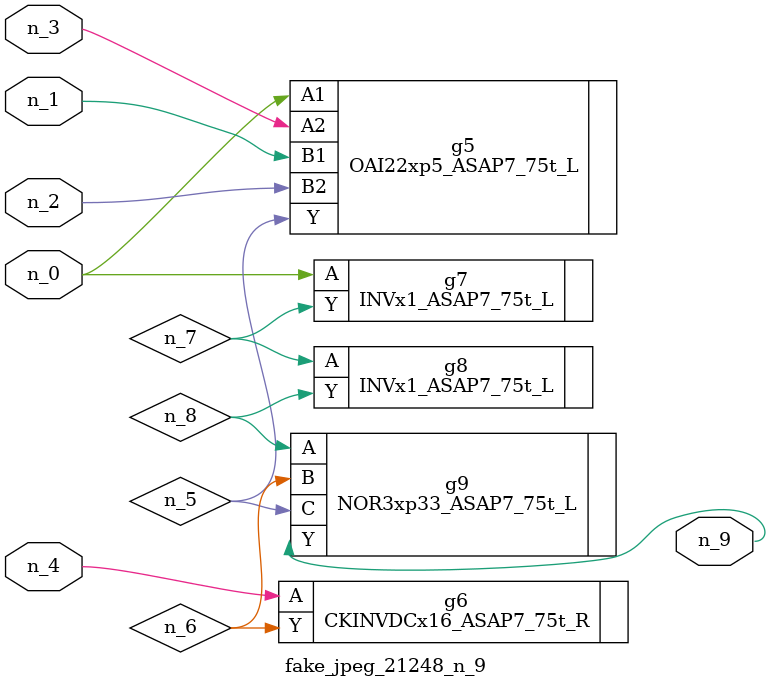
<source format=v>
module fake_jpeg_21248_n_9 (n_3, n_2, n_1, n_0, n_4, n_9);

input n_3;
input n_2;
input n_1;
input n_0;
input n_4;

output n_9;

wire n_8;
wire n_6;
wire n_5;
wire n_7;

OAI22xp5_ASAP7_75t_L g5 ( 
.A1(n_0),
.A2(n_3),
.B1(n_1),
.B2(n_2),
.Y(n_5)
);

CKINVDCx16_ASAP7_75t_R g6 ( 
.A(n_4),
.Y(n_6)
);

INVx1_ASAP7_75t_L g7 ( 
.A(n_0),
.Y(n_7)
);

INVx1_ASAP7_75t_L g8 ( 
.A(n_7),
.Y(n_8)
);

NOR3xp33_ASAP7_75t_L g9 ( 
.A(n_8),
.B(n_6),
.C(n_5),
.Y(n_9)
);


endmodule
</source>
